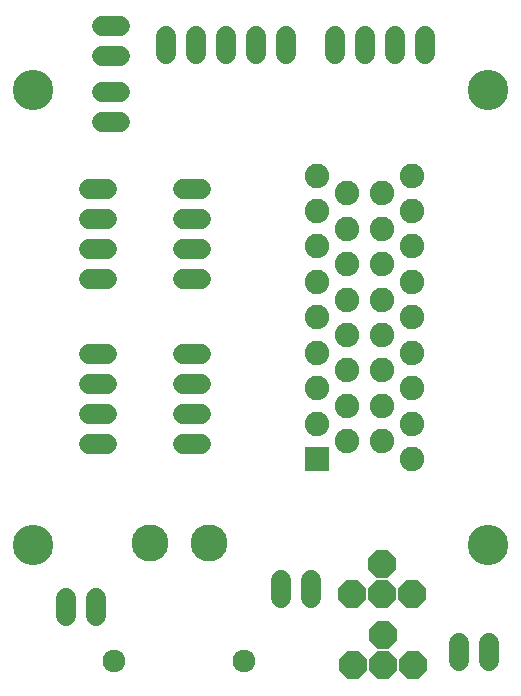
<source format=gbr>
G04 EAGLE Gerber RS-274X export*
G75*
%MOMM*%
%FSLAX34Y34*%
%LPD*%
%INSoldermask Top*%
%IPPOS*%
%AMOC8*
5,1,8,0,0,1.08239X$1,22.5*%
G01*
%ADD10C,3.427000*%
%ADD11C,1.651000*%
%ADD12P,2.501836X8X202.500000*%
%ADD13P,2.501836X8X22.500000*%
%ADD14C,2.077000*%
%ADD15R,2.077000X2.077000*%
%ADD16C,1.927000*%
%ADD17C,3.127000*%


D10*
X570000Y611500D03*
X570000Y226500D03*
D11*
X617380Y311900D02*
X632620Y311900D01*
X632620Y337300D02*
X617380Y337300D01*
X617380Y362700D02*
X632620Y362700D01*
X632620Y388100D02*
X617380Y388100D01*
X617380Y451900D02*
X632620Y451900D01*
X632620Y477300D02*
X617380Y477300D01*
X617380Y502700D02*
X632620Y502700D01*
X632620Y528100D02*
X617380Y528100D01*
X697380Y388100D02*
X712620Y388100D01*
X712620Y362700D02*
X697380Y362700D01*
X697380Y337300D02*
X712620Y337300D01*
X712620Y311900D02*
X697380Y311900D01*
X697380Y528100D02*
X712620Y528100D01*
X712620Y502700D02*
X697380Y502700D01*
X697380Y477300D02*
X712620Y477300D01*
X712620Y451900D02*
X697380Y451900D01*
X931300Y143420D02*
X931300Y128180D01*
X956700Y128180D02*
X956700Y143420D01*
X780300Y181580D02*
X780300Y196820D01*
X805700Y196820D02*
X805700Y181580D01*
X598300Y181820D02*
X598300Y166580D01*
X623700Y166580D02*
X623700Y181820D01*
D12*
X840000Y185000D03*
D13*
X865400Y185000D03*
D12*
X890800Y185000D03*
D13*
X865400Y210400D03*
D12*
X841000Y125000D03*
D13*
X866400Y125000D03*
D12*
X891800Y125000D03*
D13*
X866400Y150400D03*
D10*
X955900Y226600D03*
X955900Y611600D03*
D14*
X890900Y299100D03*
X890900Y329100D03*
X890900Y359100D03*
X890900Y389100D03*
X890900Y419100D03*
X890900Y449100D03*
X890900Y479100D03*
X890900Y509100D03*
X890900Y539100D03*
X865900Y314100D03*
X865900Y344100D03*
X865900Y374100D03*
X865900Y404100D03*
X865900Y434100D03*
X865900Y464100D03*
X865900Y494100D03*
X865900Y524100D03*
X835900Y314100D03*
X835900Y344100D03*
X835900Y374100D03*
X835900Y404100D03*
X835900Y434100D03*
X835900Y464100D03*
X835900Y494100D03*
X835900Y524100D03*
D15*
X810900Y299100D03*
D14*
X810900Y329100D03*
X810900Y359100D03*
X810900Y389100D03*
X810900Y419100D03*
X810900Y449100D03*
X810900Y479100D03*
X810900Y509100D03*
X810900Y539100D03*
D11*
X825900Y641980D02*
X825900Y657220D01*
X851300Y657220D02*
X851300Y641980D01*
X876700Y641980D02*
X876700Y657220D01*
X902100Y657220D02*
X902100Y641980D01*
X734000Y641780D02*
X734000Y657020D01*
X759400Y657020D02*
X759400Y641780D01*
X784800Y641780D02*
X784800Y657020D01*
X708600Y657020D02*
X708600Y641780D01*
X683200Y641780D02*
X683200Y657020D01*
D16*
X639000Y127700D03*
X749000Y127700D03*
D17*
X719000Y227700D03*
X669000Y227700D03*
D11*
X643620Y640300D02*
X628380Y640300D01*
X628380Y665700D02*
X643620Y665700D01*
X643620Y584300D02*
X628380Y584300D01*
X628380Y609700D02*
X643620Y609700D01*
M02*

</source>
